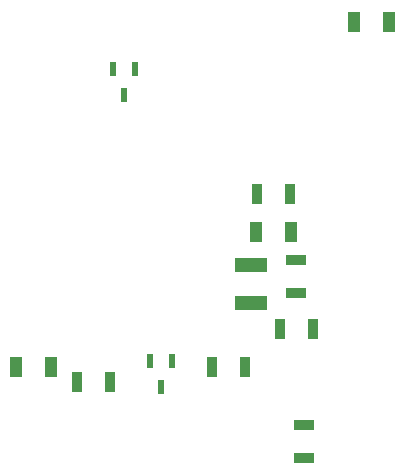
<source format=gtp>
G75*
%MOIN*%
%OFA0B0*%
%FSLAX25Y25*%
%IPPOS*%
%LPD*%
%AMOC8*
5,1,8,0,0,1.08239X$1,22.5*
%
%ADD10R,0.03600X0.07100*%
%ADD11R,0.07100X0.03600*%
%ADD12R,0.10600X0.04500*%
%ADD13R,0.04400X0.06900*%
%ADD14R,0.02100X0.04600*%
D10*
X0030500Y0046000D03*
X0041500Y0046000D03*
X0075500Y0051000D03*
X0086500Y0051000D03*
X0098000Y0063500D03*
X0109000Y0063500D03*
X0101500Y0108500D03*
X0090500Y0108500D03*
D11*
X0103500Y0086500D03*
X0103500Y0075500D03*
X0106000Y0031500D03*
X0106000Y0020500D03*
D12*
X0088500Y0072100D03*
X0088500Y0084900D03*
D13*
X0090200Y0096000D03*
X0101800Y0096000D03*
X0122700Y0166000D03*
X0134300Y0166000D03*
X0021800Y0051000D03*
X0010200Y0051000D03*
D14*
X0054800Y0052800D03*
X0062200Y0052800D03*
X0058500Y0044200D03*
X0046000Y0141700D03*
X0042300Y0150300D03*
X0049700Y0150300D03*
M02*

</source>
